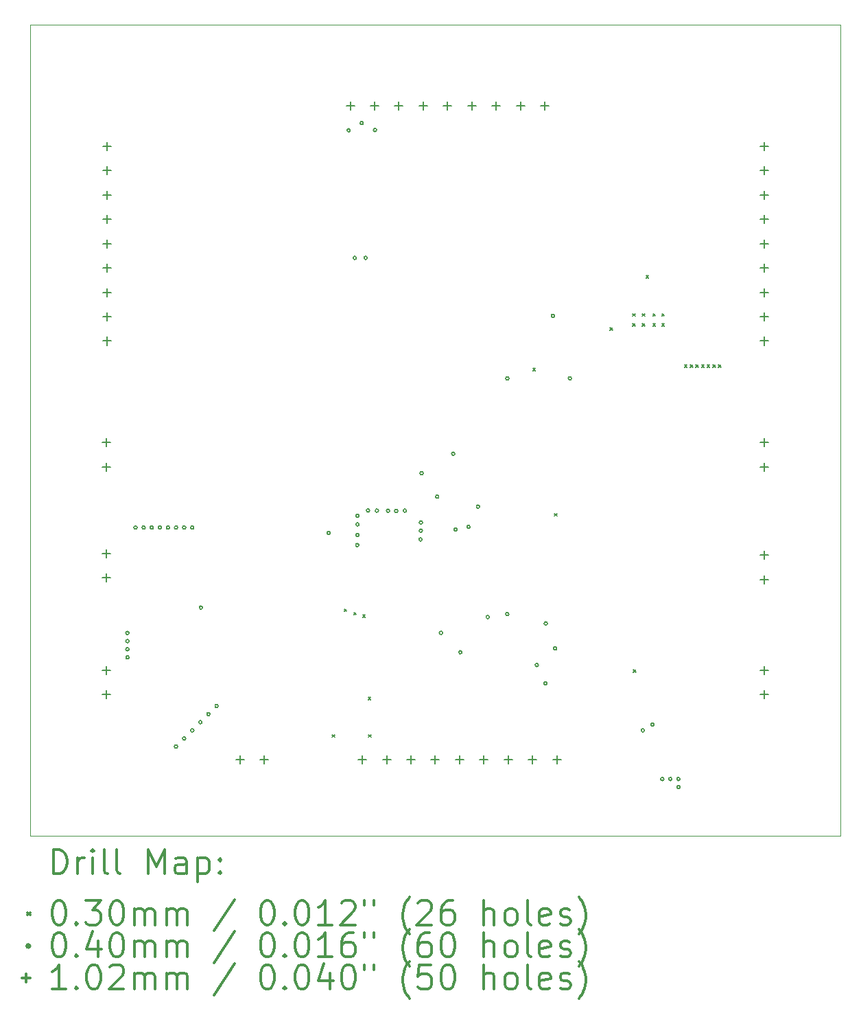
<source format=gbr>
%FSLAX45Y45*%
G04 Gerber Fmt 4.5, Leading zero omitted, Abs format (unit mm)*
G04 Created by KiCad (PCBNEW (5.1.4)-1) date 2021-11-29 21:13:27*
%MOMM*%
%LPD*%
G04 APERTURE LIST*
%ADD10C,0.050000*%
%ADD11C,0.200000*%
%ADD12C,0.300000*%
G04 APERTURE END LIST*
D10*
X10000000Y-5000000D02*
X10000000Y-15000000D01*
X20000000Y-5000000D02*
X10000000Y-5000000D01*
X20000000Y-15000000D02*
X20000000Y-5000000D01*
X10000000Y-15000000D02*
X20000000Y-15000000D01*
D11*
X13725000Y-13755000D02*
X13755000Y-13785000D01*
X13755000Y-13755000D02*
X13725000Y-13785000D01*
X13875000Y-12205000D02*
X13905000Y-12235000D01*
X13905000Y-12205000D02*
X13875000Y-12235000D01*
X13995000Y-12245000D02*
X14025000Y-12275000D01*
X14025000Y-12245000D02*
X13995000Y-12275000D01*
X14104999Y-12275000D02*
X14134999Y-12305000D01*
X14134999Y-12275000D02*
X14104999Y-12305000D01*
X14170000Y-13290000D02*
X14200000Y-13320000D01*
X14200000Y-13290000D02*
X14170000Y-13320000D01*
X14175000Y-13755000D02*
X14205000Y-13785000D01*
X14205000Y-13755000D02*
X14175000Y-13785000D01*
X16204375Y-9234375D02*
X16234375Y-9264375D01*
X16234375Y-9234375D02*
X16204375Y-9264375D01*
X16470000Y-11029000D02*
X16500000Y-11059000D01*
X16500000Y-11029000D02*
X16470000Y-11059000D01*
X17155000Y-8735000D02*
X17185000Y-8765000D01*
X17185000Y-8735000D02*
X17155000Y-8765000D01*
X17445000Y-12955000D02*
X17475000Y-12985000D01*
X17475000Y-12955000D02*
X17445000Y-12985000D01*
X17600000Y-8091500D02*
X17630000Y-8121500D01*
X17630000Y-8091500D02*
X17600000Y-8121500D01*
X18075000Y-9195000D02*
X18105000Y-9225000D01*
X18105000Y-9195000D02*
X18075000Y-9225000D01*
X18145000Y-9195000D02*
X18175000Y-9225000D01*
X18175000Y-9195000D02*
X18145000Y-9225000D01*
X18215000Y-9195000D02*
X18245000Y-9225000D01*
X18245000Y-9195000D02*
X18215000Y-9225000D01*
X18285000Y-9195000D02*
X18315000Y-9225000D01*
X18315000Y-9195000D02*
X18285000Y-9225000D01*
X18355000Y-9195000D02*
X18385000Y-9225000D01*
X18385000Y-9195000D02*
X18355000Y-9225000D01*
X18425000Y-9195000D02*
X18455000Y-9225000D01*
X18455000Y-9195000D02*
X18425000Y-9225000D01*
X18495000Y-9195000D02*
X18525000Y-9225000D01*
X18525000Y-9195000D02*
X18495000Y-9225000D01*
X17435000Y-8565000D02*
X17465000Y-8595000D01*
X17465000Y-8565000D02*
X17435000Y-8595000D01*
X17435000Y-8685000D02*
X17465000Y-8715000D01*
X17465000Y-8685000D02*
X17435000Y-8715000D01*
X17555000Y-8565000D02*
X17585000Y-8595000D01*
X17585000Y-8565000D02*
X17555000Y-8595000D01*
X17555000Y-8685000D02*
X17585000Y-8715000D01*
X17585000Y-8685000D02*
X17555000Y-8715000D01*
X17685000Y-8565000D02*
X17715000Y-8595000D01*
X17715000Y-8565000D02*
X17685000Y-8595000D01*
X17685000Y-8685000D02*
X17715000Y-8715000D01*
X17715000Y-8685000D02*
X17685000Y-8715000D01*
X17795000Y-8565000D02*
X17825000Y-8595000D01*
X17825000Y-8565000D02*
X17795000Y-8595000D01*
X17795000Y-8685000D02*
X17825000Y-8715000D01*
X17825000Y-8685000D02*
X17795000Y-8715000D01*
X11220000Y-12500000D02*
G75*
G03X11220000Y-12500000I-20000J0D01*
G01*
X11220000Y-12600000D02*
G75*
G03X11220000Y-12600000I-20000J0D01*
G01*
X11220000Y-12700000D02*
G75*
G03X11220000Y-12700000I-20000J0D01*
G01*
X11220000Y-12800000D02*
G75*
G03X11220000Y-12800000I-20000J0D01*
G01*
X11320000Y-11200000D02*
G75*
G03X11320000Y-11200000I-20000J0D01*
G01*
X11420000Y-11200000D02*
G75*
G03X11420000Y-11200000I-20000J0D01*
G01*
X11520000Y-11200000D02*
G75*
G03X11520000Y-11200000I-20000J0D01*
G01*
X11620000Y-11200000D02*
G75*
G03X11620000Y-11200000I-20000J0D01*
G01*
X11720000Y-11200000D02*
G75*
G03X11720000Y-11200000I-20000J0D01*
G01*
X11820000Y-11200000D02*
G75*
G03X11820000Y-11200000I-20000J0D01*
G01*
X11820000Y-13900000D02*
G75*
G03X11820000Y-13900000I-20000J0D01*
G01*
X11920000Y-11200000D02*
G75*
G03X11920000Y-11200000I-20000J0D01*
G01*
X11920000Y-13800000D02*
G75*
G03X11920000Y-13800000I-20000J0D01*
G01*
X12020000Y-11200000D02*
G75*
G03X12020000Y-11200000I-20000J0D01*
G01*
X12020000Y-13700000D02*
G75*
G03X12020000Y-13700000I-20000J0D01*
G01*
X12120000Y-13600000D02*
G75*
G03X12120000Y-13600000I-20000J0D01*
G01*
X12127000Y-12187000D02*
G75*
G03X12127000Y-12187000I-20000J0D01*
G01*
X12220000Y-13500000D02*
G75*
G03X12220000Y-13500000I-20000J0D01*
G01*
X12320000Y-13400000D02*
G75*
G03X12320000Y-13400000I-20000J0D01*
G01*
X13703000Y-11265000D02*
G75*
G03X13703000Y-11265000I-20000J0D01*
G01*
X13950000Y-6302000D02*
G75*
G03X13950000Y-6302000I-20000J0D01*
G01*
X14025000Y-7875000D02*
G75*
G03X14025000Y-7875000I-20000J0D01*
G01*
X14057000Y-11416000D02*
G75*
G03X14057000Y-11416000I-20000J0D01*
G01*
X14058000Y-11057000D02*
G75*
G03X14058000Y-11057000I-20000J0D01*
G01*
X14058000Y-11290000D02*
G75*
G03X14058000Y-11290000I-20000J0D01*
G01*
X14059000Y-11161000D02*
G75*
G03X14059000Y-11161000I-20000J0D01*
G01*
X14111000Y-6213000D02*
G75*
G03X14111000Y-6213000I-20000J0D01*
G01*
X14160000Y-7875000D02*
G75*
G03X14160000Y-7875000I-20000J0D01*
G01*
X14189445Y-10990570D02*
G75*
G03X14189445Y-10990570I-20000J0D01*
G01*
X14275000Y-6300000D02*
G75*
G03X14275000Y-6300000I-20000J0D01*
G01*
X14299448Y-10991396D02*
G75*
G03X14299448Y-10991396I-20000J0D01*
G01*
X14436252Y-10993782D02*
G75*
G03X14436252Y-10993782I-20000J0D01*
G01*
X14536230Y-10996005D02*
G75*
G03X14536230Y-10996005I-20000J0D01*
G01*
X14643000Y-10991000D02*
G75*
G03X14643000Y-10991000I-20000J0D01*
G01*
X14837000Y-11346000D02*
G75*
G03X14837000Y-11346000I-20000J0D01*
G01*
X14841000Y-11239000D02*
G75*
G03X14841000Y-11239000I-20000J0D01*
G01*
X14842000Y-11137000D02*
G75*
G03X14842000Y-11137000I-20000J0D01*
G01*
X14850000Y-10530000D02*
G75*
G03X14850000Y-10530000I-20000J0D01*
G01*
X15043000Y-10819000D02*
G75*
G03X15043000Y-10819000I-20000J0D01*
G01*
X15089000Y-12498000D02*
G75*
G03X15089000Y-12498000I-20000J0D01*
G01*
X15240000Y-10290000D02*
G75*
G03X15240000Y-10290000I-20000J0D01*
G01*
X15268000Y-11224000D02*
G75*
G03X15268000Y-11224000I-20000J0D01*
G01*
X15328000Y-12737000D02*
G75*
G03X15328000Y-12737000I-20000J0D01*
G01*
X15428662Y-11191806D02*
G75*
G03X15428662Y-11191806I-20000J0D01*
G01*
X15547000Y-10942000D02*
G75*
G03X15547000Y-10942000I-20000J0D01*
G01*
X15666000Y-12304000D02*
G75*
G03X15666000Y-12304000I-20000J0D01*
G01*
X15907000Y-12267000D02*
G75*
G03X15907000Y-12267000I-20000J0D01*
G01*
X15909000Y-9361000D02*
G75*
G03X15909000Y-9361000I-20000J0D01*
G01*
X16272000Y-12895000D02*
G75*
G03X16272000Y-12895000I-20000J0D01*
G01*
X16377000Y-13121000D02*
G75*
G03X16377000Y-13121000I-20000J0D01*
G01*
X16383000Y-12382000D02*
G75*
G03X16383000Y-12382000I-20000J0D01*
G01*
X16470000Y-8590000D02*
G75*
G03X16470000Y-8590000I-20000J0D01*
G01*
X16498000Y-12691000D02*
G75*
G03X16498000Y-12691000I-20000J0D01*
G01*
X16680000Y-9360000D02*
G75*
G03X16680000Y-9360000I-20000J0D01*
G01*
X17580000Y-13700000D02*
G75*
G03X17580000Y-13700000I-20000J0D01*
G01*
X17700000Y-13630000D02*
G75*
G03X17700000Y-13630000I-20000J0D01*
G01*
X17820000Y-14300000D02*
G75*
G03X17820000Y-14300000I-20000J0D01*
G01*
X17920000Y-14300000D02*
G75*
G03X17920000Y-14300000I-20000J0D01*
G01*
X18020000Y-14300000D02*
G75*
G03X18020000Y-14300000I-20000J0D01*
G01*
X18020000Y-14400000D02*
G75*
G03X18020000Y-14400000I-20000J0D01*
G01*
X19060000Y-11489000D02*
X19060000Y-11591000D01*
X19009000Y-11540000D02*
X19111000Y-11540000D01*
X19060000Y-11789000D02*
X19060000Y-11891000D01*
X19009000Y-11840000D02*
X19111000Y-11840000D01*
X13950000Y-5949000D02*
X13950000Y-6051000D01*
X13899000Y-6000000D02*
X14001000Y-6000000D01*
X14250000Y-5949000D02*
X14250000Y-6051000D01*
X14199000Y-6000000D02*
X14301000Y-6000000D01*
X14550000Y-5949000D02*
X14550000Y-6051000D01*
X14499000Y-6000000D02*
X14601000Y-6000000D01*
X14850000Y-5949000D02*
X14850000Y-6051000D01*
X14799000Y-6000000D02*
X14901000Y-6000000D01*
X15150000Y-5949000D02*
X15150000Y-6051000D01*
X15099000Y-6000000D02*
X15201000Y-6000000D01*
X15450000Y-5949000D02*
X15450000Y-6051000D01*
X15399000Y-6000000D02*
X15501000Y-6000000D01*
X15750000Y-5949000D02*
X15750000Y-6051000D01*
X15699000Y-6000000D02*
X15801000Y-6000000D01*
X16050000Y-5949000D02*
X16050000Y-6051000D01*
X15999000Y-6000000D02*
X16101000Y-6000000D01*
X16350000Y-5949000D02*
X16350000Y-6051000D01*
X16299000Y-6000000D02*
X16401000Y-6000000D01*
X12590000Y-14007000D02*
X12590000Y-14109000D01*
X12539000Y-14058000D02*
X12641000Y-14058000D01*
X12890000Y-14007000D02*
X12890000Y-14109000D01*
X12839000Y-14058000D02*
X12941000Y-14058000D01*
X19060000Y-12909000D02*
X19060000Y-13011000D01*
X19009000Y-12960000D02*
X19111000Y-12960000D01*
X19060000Y-13209000D02*
X19060000Y-13311000D01*
X19009000Y-13260000D02*
X19111000Y-13260000D01*
X10940000Y-12909000D02*
X10940000Y-13011000D01*
X10889000Y-12960000D02*
X10991000Y-12960000D01*
X10940000Y-13209000D02*
X10940000Y-13311000D01*
X10889000Y-13260000D02*
X10991000Y-13260000D01*
X10940000Y-11469000D02*
X10940000Y-11571000D01*
X10889000Y-11520000D02*
X10991000Y-11520000D01*
X10940000Y-11769000D02*
X10940000Y-11871000D01*
X10889000Y-11820000D02*
X10991000Y-11820000D01*
X19060000Y-6449000D02*
X19060000Y-6551000D01*
X19009000Y-6500000D02*
X19111000Y-6500000D01*
X19060000Y-6749000D02*
X19060000Y-6851000D01*
X19009000Y-6800000D02*
X19111000Y-6800000D01*
X19060000Y-7049000D02*
X19060000Y-7151000D01*
X19009000Y-7100000D02*
X19111000Y-7100000D01*
X19060000Y-7349000D02*
X19060000Y-7451000D01*
X19009000Y-7400000D02*
X19111000Y-7400000D01*
X19060000Y-7649000D02*
X19060000Y-7751000D01*
X19009000Y-7700000D02*
X19111000Y-7700000D01*
X19060000Y-7949000D02*
X19060000Y-8051000D01*
X19009000Y-8000000D02*
X19111000Y-8000000D01*
X19060000Y-8249000D02*
X19060000Y-8351000D01*
X19009000Y-8300000D02*
X19111000Y-8300000D01*
X19060000Y-8549000D02*
X19060000Y-8651000D01*
X19009000Y-8600000D02*
X19111000Y-8600000D01*
X19060000Y-8849000D02*
X19060000Y-8951000D01*
X19009000Y-8900000D02*
X19111000Y-8900000D01*
X19060000Y-10099000D02*
X19060000Y-10201000D01*
X19009000Y-10150000D02*
X19111000Y-10150000D01*
X19060000Y-10399000D02*
X19060000Y-10501000D01*
X19009000Y-10450000D02*
X19111000Y-10450000D01*
X10940000Y-10099000D02*
X10940000Y-10201000D01*
X10889000Y-10150000D02*
X10991000Y-10150000D01*
X10940000Y-10399000D02*
X10940000Y-10501000D01*
X10889000Y-10450000D02*
X10991000Y-10450000D01*
X14099000Y-14007000D02*
X14099000Y-14109000D01*
X14048000Y-14058000D02*
X14150000Y-14058000D01*
X14399000Y-14007000D02*
X14399000Y-14109000D01*
X14348000Y-14058000D02*
X14450000Y-14058000D01*
X14699000Y-14007000D02*
X14699000Y-14109000D01*
X14648000Y-14058000D02*
X14750000Y-14058000D01*
X14999000Y-14007000D02*
X14999000Y-14109000D01*
X14948000Y-14058000D02*
X15050000Y-14058000D01*
X15299000Y-14007000D02*
X15299000Y-14109000D01*
X15248000Y-14058000D02*
X15350000Y-14058000D01*
X15599000Y-14007000D02*
X15599000Y-14109000D01*
X15548000Y-14058000D02*
X15650000Y-14058000D01*
X15899000Y-14007000D02*
X15899000Y-14109000D01*
X15848000Y-14058000D02*
X15950000Y-14058000D01*
X16199000Y-14007000D02*
X16199000Y-14109000D01*
X16148000Y-14058000D02*
X16250000Y-14058000D01*
X16499000Y-14007000D02*
X16499000Y-14109000D01*
X16448000Y-14058000D02*
X16550000Y-14058000D01*
X10950000Y-6449000D02*
X10950000Y-6551000D01*
X10899000Y-6500000D02*
X11001000Y-6500000D01*
X10950000Y-6749000D02*
X10950000Y-6851000D01*
X10899000Y-6800000D02*
X11001000Y-6800000D01*
X10950000Y-7049000D02*
X10950000Y-7151000D01*
X10899000Y-7100000D02*
X11001000Y-7100000D01*
X10950000Y-7349000D02*
X10950000Y-7451000D01*
X10899000Y-7400000D02*
X11001000Y-7400000D01*
X10950000Y-7649000D02*
X10950000Y-7751000D01*
X10899000Y-7700000D02*
X11001000Y-7700000D01*
X10950000Y-7949000D02*
X10950000Y-8051000D01*
X10899000Y-8000000D02*
X11001000Y-8000000D01*
X10950000Y-8249000D02*
X10950000Y-8351000D01*
X10899000Y-8300000D02*
X11001000Y-8300000D01*
X10950000Y-8549000D02*
X10950000Y-8651000D01*
X10899000Y-8600000D02*
X11001000Y-8600000D01*
X10950000Y-8849000D02*
X10950000Y-8951000D01*
X10899000Y-8900000D02*
X11001000Y-8900000D01*
D12*
X10283928Y-15468214D02*
X10283928Y-15168214D01*
X10355357Y-15168214D01*
X10398214Y-15182500D01*
X10426786Y-15211071D01*
X10441071Y-15239643D01*
X10455357Y-15296786D01*
X10455357Y-15339643D01*
X10441071Y-15396786D01*
X10426786Y-15425357D01*
X10398214Y-15453929D01*
X10355357Y-15468214D01*
X10283928Y-15468214D01*
X10583928Y-15468214D02*
X10583928Y-15268214D01*
X10583928Y-15325357D02*
X10598214Y-15296786D01*
X10612500Y-15282500D01*
X10641071Y-15268214D01*
X10669643Y-15268214D01*
X10769643Y-15468214D02*
X10769643Y-15268214D01*
X10769643Y-15168214D02*
X10755357Y-15182500D01*
X10769643Y-15196786D01*
X10783928Y-15182500D01*
X10769643Y-15168214D01*
X10769643Y-15196786D01*
X10955357Y-15468214D02*
X10926786Y-15453929D01*
X10912500Y-15425357D01*
X10912500Y-15168214D01*
X11112500Y-15468214D02*
X11083928Y-15453929D01*
X11069643Y-15425357D01*
X11069643Y-15168214D01*
X11455357Y-15468214D02*
X11455357Y-15168214D01*
X11555357Y-15382500D01*
X11655357Y-15168214D01*
X11655357Y-15468214D01*
X11926786Y-15468214D02*
X11926786Y-15311071D01*
X11912500Y-15282500D01*
X11883928Y-15268214D01*
X11826786Y-15268214D01*
X11798214Y-15282500D01*
X11926786Y-15453929D02*
X11898214Y-15468214D01*
X11826786Y-15468214D01*
X11798214Y-15453929D01*
X11783928Y-15425357D01*
X11783928Y-15396786D01*
X11798214Y-15368214D01*
X11826786Y-15353929D01*
X11898214Y-15353929D01*
X11926786Y-15339643D01*
X12069643Y-15268214D02*
X12069643Y-15568214D01*
X12069643Y-15282500D02*
X12098214Y-15268214D01*
X12155357Y-15268214D01*
X12183928Y-15282500D01*
X12198214Y-15296786D01*
X12212500Y-15325357D01*
X12212500Y-15411071D01*
X12198214Y-15439643D01*
X12183928Y-15453929D01*
X12155357Y-15468214D01*
X12098214Y-15468214D01*
X12069643Y-15453929D01*
X12341071Y-15439643D02*
X12355357Y-15453929D01*
X12341071Y-15468214D01*
X12326786Y-15453929D01*
X12341071Y-15439643D01*
X12341071Y-15468214D01*
X12341071Y-15282500D02*
X12355357Y-15296786D01*
X12341071Y-15311071D01*
X12326786Y-15296786D01*
X12341071Y-15282500D01*
X12341071Y-15311071D01*
X9967500Y-15947500D02*
X9997500Y-15977500D01*
X9997500Y-15947500D02*
X9967500Y-15977500D01*
X10341071Y-15798214D02*
X10369643Y-15798214D01*
X10398214Y-15812500D01*
X10412500Y-15826786D01*
X10426786Y-15855357D01*
X10441071Y-15912500D01*
X10441071Y-15983929D01*
X10426786Y-16041071D01*
X10412500Y-16069643D01*
X10398214Y-16083929D01*
X10369643Y-16098214D01*
X10341071Y-16098214D01*
X10312500Y-16083929D01*
X10298214Y-16069643D01*
X10283928Y-16041071D01*
X10269643Y-15983929D01*
X10269643Y-15912500D01*
X10283928Y-15855357D01*
X10298214Y-15826786D01*
X10312500Y-15812500D01*
X10341071Y-15798214D01*
X10569643Y-16069643D02*
X10583928Y-16083929D01*
X10569643Y-16098214D01*
X10555357Y-16083929D01*
X10569643Y-16069643D01*
X10569643Y-16098214D01*
X10683928Y-15798214D02*
X10869643Y-15798214D01*
X10769643Y-15912500D01*
X10812500Y-15912500D01*
X10841071Y-15926786D01*
X10855357Y-15941071D01*
X10869643Y-15969643D01*
X10869643Y-16041071D01*
X10855357Y-16069643D01*
X10841071Y-16083929D01*
X10812500Y-16098214D01*
X10726786Y-16098214D01*
X10698214Y-16083929D01*
X10683928Y-16069643D01*
X11055357Y-15798214D02*
X11083928Y-15798214D01*
X11112500Y-15812500D01*
X11126786Y-15826786D01*
X11141071Y-15855357D01*
X11155357Y-15912500D01*
X11155357Y-15983929D01*
X11141071Y-16041071D01*
X11126786Y-16069643D01*
X11112500Y-16083929D01*
X11083928Y-16098214D01*
X11055357Y-16098214D01*
X11026786Y-16083929D01*
X11012500Y-16069643D01*
X10998214Y-16041071D01*
X10983928Y-15983929D01*
X10983928Y-15912500D01*
X10998214Y-15855357D01*
X11012500Y-15826786D01*
X11026786Y-15812500D01*
X11055357Y-15798214D01*
X11283928Y-16098214D02*
X11283928Y-15898214D01*
X11283928Y-15926786D02*
X11298214Y-15912500D01*
X11326786Y-15898214D01*
X11369643Y-15898214D01*
X11398214Y-15912500D01*
X11412500Y-15941071D01*
X11412500Y-16098214D01*
X11412500Y-15941071D02*
X11426786Y-15912500D01*
X11455357Y-15898214D01*
X11498214Y-15898214D01*
X11526786Y-15912500D01*
X11541071Y-15941071D01*
X11541071Y-16098214D01*
X11683928Y-16098214D02*
X11683928Y-15898214D01*
X11683928Y-15926786D02*
X11698214Y-15912500D01*
X11726786Y-15898214D01*
X11769643Y-15898214D01*
X11798214Y-15912500D01*
X11812500Y-15941071D01*
X11812500Y-16098214D01*
X11812500Y-15941071D02*
X11826786Y-15912500D01*
X11855357Y-15898214D01*
X11898214Y-15898214D01*
X11926786Y-15912500D01*
X11941071Y-15941071D01*
X11941071Y-16098214D01*
X12526786Y-15783929D02*
X12269643Y-16169643D01*
X12912500Y-15798214D02*
X12941071Y-15798214D01*
X12969643Y-15812500D01*
X12983928Y-15826786D01*
X12998214Y-15855357D01*
X13012500Y-15912500D01*
X13012500Y-15983929D01*
X12998214Y-16041071D01*
X12983928Y-16069643D01*
X12969643Y-16083929D01*
X12941071Y-16098214D01*
X12912500Y-16098214D01*
X12883928Y-16083929D01*
X12869643Y-16069643D01*
X12855357Y-16041071D01*
X12841071Y-15983929D01*
X12841071Y-15912500D01*
X12855357Y-15855357D01*
X12869643Y-15826786D01*
X12883928Y-15812500D01*
X12912500Y-15798214D01*
X13141071Y-16069643D02*
X13155357Y-16083929D01*
X13141071Y-16098214D01*
X13126786Y-16083929D01*
X13141071Y-16069643D01*
X13141071Y-16098214D01*
X13341071Y-15798214D02*
X13369643Y-15798214D01*
X13398214Y-15812500D01*
X13412500Y-15826786D01*
X13426786Y-15855357D01*
X13441071Y-15912500D01*
X13441071Y-15983929D01*
X13426786Y-16041071D01*
X13412500Y-16069643D01*
X13398214Y-16083929D01*
X13369643Y-16098214D01*
X13341071Y-16098214D01*
X13312500Y-16083929D01*
X13298214Y-16069643D01*
X13283928Y-16041071D01*
X13269643Y-15983929D01*
X13269643Y-15912500D01*
X13283928Y-15855357D01*
X13298214Y-15826786D01*
X13312500Y-15812500D01*
X13341071Y-15798214D01*
X13726786Y-16098214D02*
X13555357Y-16098214D01*
X13641071Y-16098214D02*
X13641071Y-15798214D01*
X13612500Y-15841071D01*
X13583928Y-15869643D01*
X13555357Y-15883929D01*
X13841071Y-15826786D02*
X13855357Y-15812500D01*
X13883928Y-15798214D01*
X13955357Y-15798214D01*
X13983928Y-15812500D01*
X13998214Y-15826786D01*
X14012500Y-15855357D01*
X14012500Y-15883929D01*
X13998214Y-15926786D01*
X13826786Y-16098214D01*
X14012500Y-16098214D01*
X14126786Y-15798214D02*
X14126786Y-15855357D01*
X14241071Y-15798214D02*
X14241071Y-15855357D01*
X14683928Y-16212500D02*
X14669643Y-16198214D01*
X14641071Y-16155357D01*
X14626786Y-16126786D01*
X14612500Y-16083929D01*
X14598214Y-16012500D01*
X14598214Y-15955357D01*
X14612500Y-15883929D01*
X14626786Y-15841071D01*
X14641071Y-15812500D01*
X14669643Y-15769643D01*
X14683928Y-15755357D01*
X14783928Y-15826786D02*
X14798214Y-15812500D01*
X14826786Y-15798214D01*
X14898214Y-15798214D01*
X14926786Y-15812500D01*
X14941071Y-15826786D01*
X14955357Y-15855357D01*
X14955357Y-15883929D01*
X14941071Y-15926786D01*
X14769643Y-16098214D01*
X14955357Y-16098214D01*
X15212500Y-15798214D02*
X15155357Y-15798214D01*
X15126786Y-15812500D01*
X15112500Y-15826786D01*
X15083928Y-15869643D01*
X15069643Y-15926786D01*
X15069643Y-16041071D01*
X15083928Y-16069643D01*
X15098214Y-16083929D01*
X15126786Y-16098214D01*
X15183928Y-16098214D01*
X15212500Y-16083929D01*
X15226786Y-16069643D01*
X15241071Y-16041071D01*
X15241071Y-15969643D01*
X15226786Y-15941071D01*
X15212500Y-15926786D01*
X15183928Y-15912500D01*
X15126786Y-15912500D01*
X15098214Y-15926786D01*
X15083928Y-15941071D01*
X15069643Y-15969643D01*
X15598214Y-16098214D02*
X15598214Y-15798214D01*
X15726786Y-16098214D02*
X15726786Y-15941071D01*
X15712500Y-15912500D01*
X15683928Y-15898214D01*
X15641071Y-15898214D01*
X15612500Y-15912500D01*
X15598214Y-15926786D01*
X15912500Y-16098214D02*
X15883928Y-16083929D01*
X15869643Y-16069643D01*
X15855357Y-16041071D01*
X15855357Y-15955357D01*
X15869643Y-15926786D01*
X15883928Y-15912500D01*
X15912500Y-15898214D01*
X15955357Y-15898214D01*
X15983928Y-15912500D01*
X15998214Y-15926786D01*
X16012500Y-15955357D01*
X16012500Y-16041071D01*
X15998214Y-16069643D01*
X15983928Y-16083929D01*
X15955357Y-16098214D01*
X15912500Y-16098214D01*
X16183928Y-16098214D02*
X16155357Y-16083929D01*
X16141071Y-16055357D01*
X16141071Y-15798214D01*
X16412500Y-16083929D02*
X16383928Y-16098214D01*
X16326786Y-16098214D01*
X16298214Y-16083929D01*
X16283928Y-16055357D01*
X16283928Y-15941071D01*
X16298214Y-15912500D01*
X16326786Y-15898214D01*
X16383928Y-15898214D01*
X16412500Y-15912500D01*
X16426786Y-15941071D01*
X16426786Y-15969643D01*
X16283928Y-15998214D01*
X16541071Y-16083929D02*
X16569643Y-16098214D01*
X16626786Y-16098214D01*
X16655357Y-16083929D01*
X16669643Y-16055357D01*
X16669643Y-16041071D01*
X16655357Y-16012500D01*
X16626786Y-15998214D01*
X16583928Y-15998214D01*
X16555357Y-15983929D01*
X16541071Y-15955357D01*
X16541071Y-15941071D01*
X16555357Y-15912500D01*
X16583928Y-15898214D01*
X16626786Y-15898214D01*
X16655357Y-15912500D01*
X16769643Y-16212500D02*
X16783928Y-16198214D01*
X16812500Y-16155357D01*
X16826786Y-16126786D01*
X16841071Y-16083929D01*
X16855357Y-16012500D01*
X16855357Y-15955357D01*
X16841071Y-15883929D01*
X16826786Y-15841071D01*
X16812500Y-15812500D01*
X16783928Y-15769643D01*
X16769643Y-15755357D01*
X9997500Y-16358500D02*
G75*
G03X9997500Y-16358500I-20000J0D01*
G01*
X10341071Y-16194214D02*
X10369643Y-16194214D01*
X10398214Y-16208500D01*
X10412500Y-16222786D01*
X10426786Y-16251357D01*
X10441071Y-16308500D01*
X10441071Y-16379929D01*
X10426786Y-16437071D01*
X10412500Y-16465643D01*
X10398214Y-16479929D01*
X10369643Y-16494214D01*
X10341071Y-16494214D01*
X10312500Y-16479929D01*
X10298214Y-16465643D01*
X10283928Y-16437071D01*
X10269643Y-16379929D01*
X10269643Y-16308500D01*
X10283928Y-16251357D01*
X10298214Y-16222786D01*
X10312500Y-16208500D01*
X10341071Y-16194214D01*
X10569643Y-16465643D02*
X10583928Y-16479929D01*
X10569643Y-16494214D01*
X10555357Y-16479929D01*
X10569643Y-16465643D01*
X10569643Y-16494214D01*
X10841071Y-16294214D02*
X10841071Y-16494214D01*
X10769643Y-16179929D02*
X10698214Y-16394214D01*
X10883928Y-16394214D01*
X11055357Y-16194214D02*
X11083928Y-16194214D01*
X11112500Y-16208500D01*
X11126786Y-16222786D01*
X11141071Y-16251357D01*
X11155357Y-16308500D01*
X11155357Y-16379929D01*
X11141071Y-16437071D01*
X11126786Y-16465643D01*
X11112500Y-16479929D01*
X11083928Y-16494214D01*
X11055357Y-16494214D01*
X11026786Y-16479929D01*
X11012500Y-16465643D01*
X10998214Y-16437071D01*
X10983928Y-16379929D01*
X10983928Y-16308500D01*
X10998214Y-16251357D01*
X11012500Y-16222786D01*
X11026786Y-16208500D01*
X11055357Y-16194214D01*
X11283928Y-16494214D02*
X11283928Y-16294214D01*
X11283928Y-16322786D02*
X11298214Y-16308500D01*
X11326786Y-16294214D01*
X11369643Y-16294214D01*
X11398214Y-16308500D01*
X11412500Y-16337071D01*
X11412500Y-16494214D01*
X11412500Y-16337071D02*
X11426786Y-16308500D01*
X11455357Y-16294214D01*
X11498214Y-16294214D01*
X11526786Y-16308500D01*
X11541071Y-16337071D01*
X11541071Y-16494214D01*
X11683928Y-16494214D02*
X11683928Y-16294214D01*
X11683928Y-16322786D02*
X11698214Y-16308500D01*
X11726786Y-16294214D01*
X11769643Y-16294214D01*
X11798214Y-16308500D01*
X11812500Y-16337071D01*
X11812500Y-16494214D01*
X11812500Y-16337071D02*
X11826786Y-16308500D01*
X11855357Y-16294214D01*
X11898214Y-16294214D01*
X11926786Y-16308500D01*
X11941071Y-16337071D01*
X11941071Y-16494214D01*
X12526786Y-16179929D02*
X12269643Y-16565643D01*
X12912500Y-16194214D02*
X12941071Y-16194214D01*
X12969643Y-16208500D01*
X12983928Y-16222786D01*
X12998214Y-16251357D01*
X13012500Y-16308500D01*
X13012500Y-16379929D01*
X12998214Y-16437071D01*
X12983928Y-16465643D01*
X12969643Y-16479929D01*
X12941071Y-16494214D01*
X12912500Y-16494214D01*
X12883928Y-16479929D01*
X12869643Y-16465643D01*
X12855357Y-16437071D01*
X12841071Y-16379929D01*
X12841071Y-16308500D01*
X12855357Y-16251357D01*
X12869643Y-16222786D01*
X12883928Y-16208500D01*
X12912500Y-16194214D01*
X13141071Y-16465643D02*
X13155357Y-16479929D01*
X13141071Y-16494214D01*
X13126786Y-16479929D01*
X13141071Y-16465643D01*
X13141071Y-16494214D01*
X13341071Y-16194214D02*
X13369643Y-16194214D01*
X13398214Y-16208500D01*
X13412500Y-16222786D01*
X13426786Y-16251357D01*
X13441071Y-16308500D01*
X13441071Y-16379929D01*
X13426786Y-16437071D01*
X13412500Y-16465643D01*
X13398214Y-16479929D01*
X13369643Y-16494214D01*
X13341071Y-16494214D01*
X13312500Y-16479929D01*
X13298214Y-16465643D01*
X13283928Y-16437071D01*
X13269643Y-16379929D01*
X13269643Y-16308500D01*
X13283928Y-16251357D01*
X13298214Y-16222786D01*
X13312500Y-16208500D01*
X13341071Y-16194214D01*
X13726786Y-16494214D02*
X13555357Y-16494214D01*
X13641071Y-16494214D02*
X13641071Y-16194214D01*
X13612500Y-16237071D01*
X13583928Y-16265643D01*
X13555357Y-16279929D01*
X13983928Y-16194214D02*
X13926786Y-16194214D01*
X13898214Y-16208500D01*
X13883928Y-16222786D01*
X13855357Y-16265643D01*
X13841071Y-16322786D01*
X13841071Y-16437071D01*
X13855357Y-16465643D01*
X13869643Y-16479929D01*
X13898214Y-16494214D01*
X13955357Y-16494214D01*
X13983928Y-16479929D01*
X13998214Y-16465643D01*
X14012500Y-16437071D01*
X14012500Y-16365643D01*
X13998214Y-16337071D01*
X13983928Y-16322786D01*
X13955357Y-16308500D01*
X13898214Y-16308500D01*
X13869643Y-16322786D01*
X13855357Y-16337071D01*
X13841071Y-16365643D01*
X14126786Y-16194214D02*
X14126786Y-16251357D01*
X14241071Y-16194214D02*
X14241071Y-16251357D01*
X14683928Y-16608500D02*
X14669643Y-16594214D01*
X14641071Y-16551357D01*
X14626786Y-16522786D01*
X14612500Y-16479929D01*
X14598214Y-16408500D01*
X14598214Y-16351357D01*
X14612500Y-16279929D01*
X14626786Y-16237071D01*
X14641071Y-16208500D01*
X14669643Y-16165643D01*
X14683928Y-16151357D01*
X14926786Y-16194214D02*
X14869643Y-16194214D01*
X14841071Y-16208500D01*
X14826786Y-16222786D01*
X14798214Y-16265643D01*
X14783928Y-16322786D01*
X14783928Y-16437071D01*
X14798214Y-16465643D01*
X14812500Y-16479929D01*
X14841071Y-16494214D01*
X14898214Y-16494214D01*
X14926786Y-16479929D01*
X14941071Y-16465643D01*
X14955357Y-16437071D01*
X14955357Y-16365643D01*
X14941071Y-16337071D01*
X14926786Y-16322786D01*
X14898214Y-16308500D01*
X14841071Y-16308500D01*
X14812500Y-16322786D01*
X14798214Y-16337071D01*
X14783928Y-16365643D01*
X15141071Y-16194214D02*
X15169643Y-16194214D01*
X15198214Y-16208500D01*
X15212500Y-16222786D01*
X15226786Y-16251357D01*
X15241071Y-16308500D01*
X15241071Y-16379929D01*
X15226786Y-16437071D01*
X15212500Y-16465643D01*
X15198214Y-16479929D01*
X15169643Y-16494214D01*
X15141071Y-16494214D01*
X15112500Y-16479929D01*
X15098214Y-16465643D01*
X15083928Y-16437071D01*
X15069643Y-16379929D01*
X15069643Y-16308500D01*
X15083928Y-16251357D01*
X15098214Y-16222786D01*
X15112500Y-16208500D01*
X15141071Y-16194214D01*
X15598214Y-16494214D02*
X15598214Y-16194214D01*
X15726786Y-16494214D02*
X15726786Y-16337071D01*
X15712500Y-16308500D01*
X15683928Y-16294214D01*
X15641071Y-16294214D01*
X15612500Y-16308500D01*
X15598214Y-16322786D01*
X15912500Y-16494214D02*
X15883928Y-16479929D01*
X15869643Y-16465643D01*
X15855357Y-16437071D01*
X15855357Y-16351357D01*
X15869643Y-16322786D01*
X15883928Y-16308500D01*
X15912500Y-16294214D01*
X15955357Y-16294214D01*
X15983928Y-16308500D01*
X15998214Y-16322786D01*
X16012500Y-16351357D01*
X16012500Y-16437071D01*
X15998214Y-16465643D01*
X15983928Y-16479929D01*
X15955357Y-16494214D01*
X15912500Y-16494214D01*
X16183928Y-16494214D02*
X16155357Y-16479929D01*
X16141071Y-16451357D01*
X16141071Y-16194214D01*
X16412500Y-16479929D02*
X16383928Y-16494214D01*
X16326786Y-16494214D01*
X16298214Y-16479929D01*
X16283928Y-16451357D01*
X16283928Y-16337071D01*
X16298214Y-16308500D01*
X16326786Y-16294214D01*
X16383928Y-16294214D01*
X16412500Y-16308500D01*
X16426786Y-16337071D01*
X16426786Y-16365643D01*
X16283928Y-16394214D01*
X16541071Y-16479929D02*
X16569643Y-16494214D01*
X16626786Y-16494214D01*
X16655357Y-16479929D01*
X16669643Y-16451357D01*
X16669643Y-16437071D01*
X16655357Y-16408500D01*
X16626786Y-16394214D01*
X16583928Y-16394214D01*
X16555357Y-16379929D01*
X16541071Y-16351357D01*
X16541071Y-16337071D01*
X16555357Y-16308500D01*
X16583928Y-16294214D01*
X16626786Y-16294214D01*
X16655357Y-16308500D01*
X16769643Y-16608500D02*
X16783928Y-16594214D01*
X16812500Y-16551357D01*
X16826786Y-16522786D01*
X16841071Y-16479929D01*
X16855357Y-16408500D01*
X16855357Y-16351357D01*
X16841071Y-16279929D01*
X16826786Y-16237071D01*
X16812500Y-16208500D01*
X16783928Y-16165643D01*
X16769643Y-16151357D01*
X9946500Y-16703500D02*
X9946500Y-16805500D01*
X9895500Y-16754500D02*
X9997500Y-16754500D01*
X10441071Y-16890214D02*
X10269643Y-16890214D01*
X10355357Y-16890214D02*
X10355357Y-16590214D01*
X10326786Y-16633071D01*
X10298214Y-16661643D01*
X10269643Y-16675929D01*
X10569643Y-16861643D02*
X10583928Y-16875929D01*
X10569643Y-16890214D01*
X10555357Y-16875929D01*
X10569643Y-16861643D01*
X10569643Y-16890214D01*
X10769643Y-16590214D02*
X10798214Y-16590214D01*
X10826786Y-16604500D01*
X10841071Y-16618786D01*
X10855357Y-16647357D01*
X10869643Y-16704500D01*
X10869643Y-16775929D01*
X10855357Y-16833072D01*
X10841071Y-16861643D01*
X10826786Y-16875929D01*
X10798214Y-16890214D01*
X10769643Y-16890214D01*
X10741071Y-16875929D01*
X10726786Y-16861643D01*
X10712500Y-16833072D01*
X10698214Y-16775929D01*
X10698214Y-16704500D01*
X10712500Y-16647357D01*
X10726786Y-16618786D01*
X10741071Y-16604500D01*
X10769643Y-16590214D01*
X10983928Y-16618786D02*
X10998214Y-16604500D01*
X11026786Y-16590214D01*
X11098214Y-16590214D01*
X11126786Y-16604500D01*
X11141071Y-16618786D01*
X11155357Y-16647357D01*
X11155357Y-16675929D01*
X11141071Y-16718786D01*
X10969643Y-16890214D01*
X11155357Y-16890214D01*
X11283928Y-16890214D02*
X11283928Y-16690214D01*
X11283928Y-16718786D02*
X11298214Y-16704500D01*
X11326786Y-16690214D01*
X11369643Y-16690214D01*
X11398214Y-16704500D01*
X11412500Y-16733071D01*
X11412500Y-16890214D01*
X11412500Y-16733071D02*
X11426786Y-16704500D01*
X11455357Y-16690214D01*
X11498214Y-16690214D01*
X11526786Y-16704500D01*
X11541071Y-16733071D01*
X11541071Y-16890214D01*
X11683928Y-16890214D02*
X11683928Y-16690214D01*
X11683928Y-16718786D02*
X11698214Y-16704500D01*
X11726786Y-16690214D01*
X11769643Y-16690214D01*
X11798214Y-16704500D01*
X11812500Y-16733071D01*
X11812500Y-16890214D01*
X11812500Y-16733071D02*
X11826786Y-16704500D01*
X11855357Y-16690214D01*
X11898214Y-16690214D01*
X11926786Y-16704500D01*
X11941071Y-16733071D01*
X11941071Y-16890214D01*
X12526786Y-16575929D02*
X12269643Y-16961643D01*
X12912500Y-16590214D02*
X12941071Y-16590214D01*
X12969643Y-16604500D01*
X12983928Y-16618786D01*
X12998214Y-16647357D01*
X13012500Y-16704500D01*
X13012500Y-16775929D01*
X12998214Y-16833072D01*
X12983928Y-16861643D01*
X12969643Y-16875929D01*
X12941071Y-16890214D01*
X12912500Y-16890214D01*
X12883928Y-16875929D01*
X12869643Y-16861643D01*
X12855357Y-16833072D01*
X12841071Y-16775929D01*
X12841071Y-16704500D01*
X12855357Y-16647357D01*
X12869643Y-16618786D01*
X12883928Y-16604500D01*
X12912500Y-16590214D01*
X13141071Y-16861643D02*
X13155357Y-16875929D01*
X13141071Y-16890214D01*
X13126786Y-16875929D01*
X13141071Y-16861643D01*
X13141071Y-16890214D01*
X13341071Y-16590214D02*
X13369643Y-16590214D01*
X13398214Y-16604500D01*
X13412500Y-16618786D01*
X13426786Y-16647357D01*
X13441071Y-16704500D01*
X13441071Y-16775929D01*
X13426786Y-16833072D01*
X13412500Y-16861643D01*
X13398214Y-16875929D01*
X13369643Y-16890214D01*
X13341071Y-16890214D01*
X13312500Y-16875929D01*
X13298214Y-16861643D01*
X13283928Y-16833072D01*
X13269643Y-16775929D01*
X13269643Y-16704500D01*
X13283928Y-16647357D01*
X13298214Y-16618786D01*
X13312500Y-16604500D01*
X13341071Y-16590214D01*
X13698214Y-16690214D02*
X13698214Y-16890214D01*
X13626786Y-16575929D02*
X13555357Y-16790214D01*
X13741071Y-16790214D01*
X13912500Y-16590214D02*
X13941071Y-16590214D01*
X13969643Y-16604500D01*
X13983928Y-16618786D01*
X13998214Y-16647357D01*
X14012500Y-16704500D01*
X14012500Y-16775929D01*
X13998214Y-16833072D01*
X13983928Y-16861643D01*
X13969643Y-16875929D01*
X13941071Y-16890214D01*
X13912500Y-16890214D01*
X13883928Y-16875929D01*
X13869643Y-16861643D01*
X13855357Y-16833072D01*
X13841071Y-16775929D01*
X13841071Y-16704500D01*
X13855357Y-16647357D01*
X13869643Y-16618786D01*
X13883928Y-16604500D01*
X13912500Y-16590214D01*
X14126786Y-16590214D02*
X14126786Y-16647357D01*
X14241071Y-16590214D02*
X14241071Y-16647357D01*
X14683928Y-17004500D02*
X14669643Y-16990214D01*
X14641071Y-16947357D01*
X14626786Y-16918786D01*
X14612500Y-16875929D01*
X14598214Y-16804500D01*
X14598214Y-16747357D01*
X14612500Y-16675929D01*
X14626786Y-16633071D01*
X14641071Y-16604500D01*
X14669643Y-16561643D01*
X14683928Y-16547357D01*
X14941071Y-16590214D02*
X14798214Y-16590214D01*
X14783928Y-16733071D01*
X14798214Y-16718786D01*
X14826786Y-16704500D01*
X14898214Y-16704500D01*
X14926786Y-16718786D01*
X14941071Y-16733071D01*
X14955357Y-16761643D01*
X14955357Y-16833072D01*
X14941071Y-16861643D01*
X14926786Y-16875929D01*
X14898214Y-16890214D01*
X14826786Y-16890214D01*
X14798214Y-16875929D01*
X14783928Y-16861643D01*
X15141071Y-16590214D02*
X15169643Y-16590214D01*
X15198214Y-16604500D01*
X15212500Y-16618786D01*
X15226786Y-16647357D01*
X15241071Y-16704500D01*
X15241071Y-16775929D01*
X15226786Y-16833072D01*
X15212500Y-16861643D01*
X15198214Y-16875929D01*
X15169643Y-16890214D01*
X15141071Y-16890214D01*
X15112500Y-16875929D01*
X15098214Y-16861643D01*
X15083928Y-16833072D01*
X15069643Y-16775929D01*
X15069643Y-16704500D01*
X15083928Y-16647357D01*
X15098214Y-16618786D01*
X15112500Y-16604500D01*
X15141071Y-16590214D01*
X15598214Y-16890214D02*
X15598214Y-16590214D01*
X15726786Y-16890214D02*
X15726786Y-16733071D01*
X15712500Y-16704500D01*
X15683928Y-16690214D01*
X15641071Y-16690214D01*
X15612500Y-16704500D01*
X15598214Y-16718786D01*
X15912500Y-16890214D02*
X15883928Y-16875929D01*
X15869643Y-16861643D01*
X15855357Y-16833072D01*
X15855357Y-16747357D01*
X15869643Y-16718786D01*
X15883928Y-16704500D01*
X15912500Y-16690214D01*
X15955357Y-16690214D01*
X15983928Y-16704500D01*
X15998214Y-16718786D01*
X16012500Y-16747357D01*
X16012500Y-16833072D01*
X15998214Y-16861643D01*
X15983928Y-16875929D01*
X15955357Y-16890214D01*
X15912500Y-16890214D01*
X16183928Y-16890214D02*
X16155357Y-16875929D01*
X16141071Y-16847357D01*
X16141071Y-16590214D01*
X16412500Y-16875929D02*
X16383928Y-16890214D01*
X16326786Y-16890214D01*
X16298214Y-16875929D01*
X16283928Y-16847357D01*
X16283928Y-16733071D01*
X16298214Y-16704500D01*
X16326786Y-16690214D01*
X16383928Y-16690214D01*
X16412500Y-16704500D01*
X16426786Y-16733071D01*
X16426786Y-16761643D01*
X16283928Y-16790214D01*
X16541071Y-16875929D02*
X16569643Y-16890214D01*
X16626786Y-16890214D01*
X16655357Y-16875929D01*
X16669643Y-16847357D01*
X16669643Y-16833072D01*
X16655357Y-16804500D01*
X16626786Y-16790214D01*
X16583928Y-16790214D01*
X16555357Y-16775929D01*
X16541071Y-16747357D01*
X16541071Y-16733071D01*
X16555357Y-16704500D01*
X16583928Y-16690214D01*
X16626786Y-16690214D01*
X16655357Y-16704500D01*
X16769643Y-17004500D02*
X16783928Y-16990214D01*
X16812500Y-16947357D01*
X16826786Y-16918786D01*
X16841071Y-16875929D01*
X16855357Y-16804500D01*
X16855357Y-16747357D01*
X16841071Y-16675929D01*
X16826786Y-16633071D01*
X16812500Y-16604500D01*
X16783928Y-16561643D01*
X16769643Y-16547357D01*
M02*

</source>
